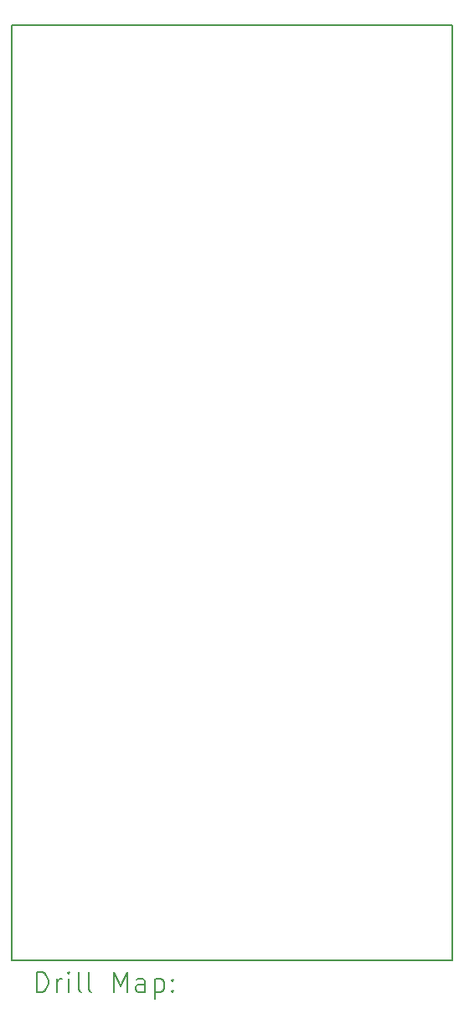
<source format=gbr>
%TF.GenerationSoftware,KiCad,Pcbnew,8.0.8-8.0.8-0~ubuntu24.04.1*%
%TF.CreationDate,2025-01-20T22:44:11-03:00*%
%TF.ProjectId,Power,506f7765-722e-46b6-9963-61645f706362,rev?*%
%TF.SameCoordinates,Original*%
%TF.FileFunction,Drillmap*%
%TF.FilePolarity,Positive*%
%FSLAX45Y45*%
G04 Gerber Fmt 4.5, Leading zero omitted, Abs format (unit mm)*
G04 Created by KiCad (PCBNEW 8.0.8-8.0.8-0~ubuntu24.04.1) date 2025-01-20 22:44:11*
%MOMM*%
%LPD*%
G01*
G04 APERTURE LIST*
%ADD10C,0.200000*%
G04 APERTURE END LIST*
D10*
X10450000Y-5950000D02*
X14900000Y-5950000D01*
X14900000Y-15400000D01*
X10450000Y-15400000D01*
X10450000Y-5950000D01*
X10700777Y-15721484D02*
X10700777Y-15521484D01*
X10700777Y-15521484D02*
X10748396Y-15521484D01*
X10748396Y-15521484D02*
X10776967Y-15531008D01*
X10776967Y-15531008D02*
X10796015Y-15550055D01*
X10796015Y-15550055D02*
X10805539Y-15569103D01*
X10805539Y-15569103D02*
X10815063Y-15607198D01*
X10815063Y-15607198D02*
X10815063Y-15635769D01*
X10815063Y-15635769D02*
X10805539Y-15673865D01*
X10805539Y-15673865D02*
X10796015Y-15692912D01*
X10796015Y-15692912D02*
X10776967Y-15711960D01*
X10776967Y-15711960D02*
X10748396Y-15721484D01*
X10748396Y-15721484D02*
X10700777Y-15721484D01*
X10900777Y-15721484D02*
X10900777Y-15588150D01*
X10900777Y-15626246D02*
X10910301Y-15607198D01*
X10910301Y-15607198D02*
X10919824Y-15597674D01*
X10919824Y-15597674D02*
X10938872Y-15588150D01*
X10938872Y-15588150D02*
X10957920Y-15588150D01*
X11024586Y-15721484D02*
X11024586Y-15588150D01*
X11024586Y-15521484D02*
X11015063Y-15531008D01*
X11015063Y-15531008D02*
X11024586Y-15540531D01*
X11024586Y-15540531D02*
X11034110Y-15531008D01*
X11034110Y-15531008D02*
X11024586Y-15521484D01*
X11024586Y-15521484D02*
X11024586Y-15540531D01*
X11148396Y-15721484D02*
X11129348Y-15711960D01*
X11129348Y-15711960D02*
X11119824Y-15692912D01*
X11119824Y-15692912D02*
X11119824Y-15521484D01*
X11253158Y-15721484D02*
X11234110Y-15711960D01*
X11234110Y-15711960D02*
X11224586Y-15692912D01*
X11224586Y-15692912D02*
X11224586Y-15521484D01*
X11481729Y-15721484D02*
X11481729Y-15521484D01*
X11481729Y-15521484D02*
X11548396Y-15664341D01*
X11548396Y-15664341D02*
X11615062Y-15521484D01*
X11615062Y-15521484D02*
X11615062Y-15721484D01*
X11796015Y-15721484D02*
X11796015Y-15616722D01*
X11796015Y-15616722D02*
X11786491Y-15597674D01*
X11786491Y-15597674D02*
X11767443Y-15588150D01*
X11767443Y-15588150D02*
X11729348Y-15588150D01*
X11729348Y-15588150D02*
X11710301Y-15597674D01*
X11796015Y-15711960D02*
X11776967Y-15721484D01*
X11776967Y-15721484D02*
X11729348Y-15721484D01*
X11729348Y-15721484D02*
X11710301Y-15711960D01*
X11710301Y-15711960D02*
X11700777Y-15692912D01*
X11700777Y-15692912D02*
X11700777Y-15673865D01*
X11700777Y-15673865D02*
X11710301Y-15654817D01*
X11710301Y-15654817D02*
X11729348Y-15645293D01*
X11729348Y-15645293D02*
X11776967Y-15645293D01*
X11776967Y-15645293D02*
X11796015Y-15635769D01*
X11891253Y-15588150D02*
X11891253Y-15788150D01*
X11891253Y-15597674D02*
X11910301Y-15588150D01*
X11910301Y-15588150D02*
X11948396Y-15588150D01*
X11948396Y-15588150D02*
X11967443Y-15597674D01*
X11967443Y-15597674D02*
X11976967Y-15607198D01*
X11976967Y-15607198D02*
X11986491Y-15626246D01*
X11986491Y-15626246D02*
X11986491Y-15683388D01*
X11986491Y-15683388D02*
X11976967Y-15702436D01*
X11976967Y-15702436D02*
X11967443Y-15711960D01*
X11967443Y-15711960D02*
X11948396Y-15721484D01*
X11948396Y-15721484D02*
X11910301Y-15721484D01*
X11910301Y-15721484D02*
X11891253Y-15711960D01*
X12072205Y-15702436D02*
X12081729Y-15711960D01*
X12081729Y-15711960D02*
X12072205Y-15721484D01*
X12072205Y-15721484D02*
X12062682Y-15711960D01*
X12062682Y-15711960D02*
X12072205Y-15702436D01*
X12072205Y-15702436D02*
X12072205Y-15721484D01*
X12072205Y-15597674D02*
X12081729Y-15607198D01*
X12081729Y-15607198D02*
X12072205Y-15616722D01*
X12072205Y-15616722D02*
X12062682Y-15607198D01*
X12062682Y-15607198D02*
X12072205Y-15597674D01*
X12072205Y-15597674D02*
X12072205Y-15616722D01*
M02*

</source>
